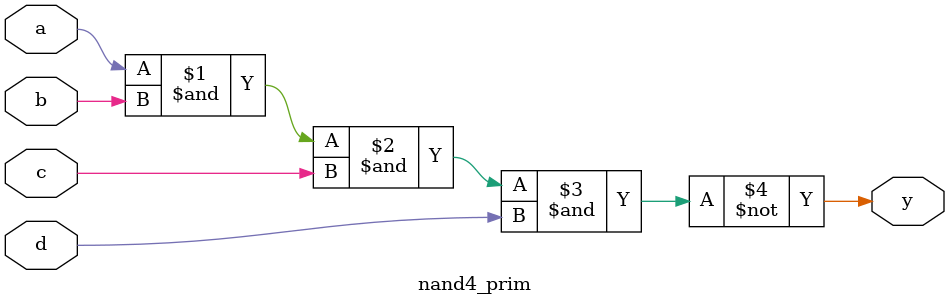
<source format=v>
module nand4_prim (
    input  a,
    input  b,
    input  c,
    input  d,
    output y
);
    // TODO: instantiate the built-in NAND gate primitive
    // nand <instance_name> ( <out>, <in1>, <in2>, <in3>, <in4> );
    nand n1(y,a,b,c,d);
endmodule

</source>
